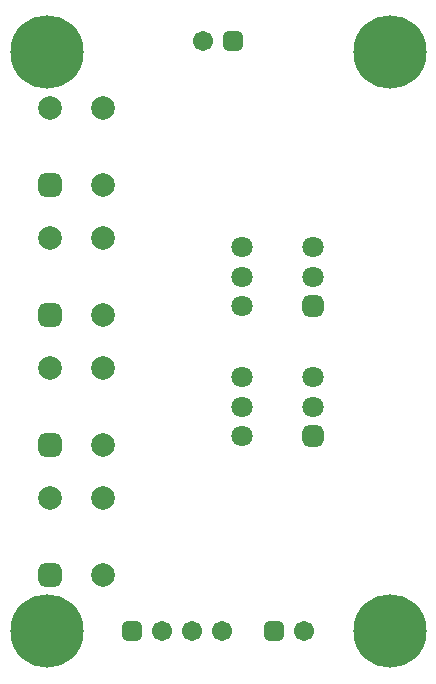
<source format=gbs>
G04*
G04 #@! TF.GenerationSoftware,Altium Limited,Altium Designer,21.2.1 (34)*
G04*
G04 Layer_Color=16711935*
%FSTAX24Y24*%
%MOIN*%
G70*
G04*
G04 #@! TF.SameCoordinates,36507061-655E-4290-96EC-BFA040FA6CF6*
G04*
G04*
G04 #@! TF.FilePolarity,Negative*
G04*
G01*
G75*
%ADD22C,0.0671*%
G04:AMPARAMS|DCode=23|XSize=67.1mil|YSize=67.1mil|CornerRadius=18.8mil|HoleSize=0mil|Usage=FLASHONLY|Rotation=180.000|XOffset=0mil|YOffset=0mil|HoleType=Round|Shape=RoundedRectangle|*
%AMROUNDEDRECTD23*
21,1,0.0671,0.0295,0,0,180.0*
21,1,0.0295,0.0671,0,0,180.0*
1,1,0.0375,-0.0148,0.0148*
1,1,0.0375,0.0148,0.0148*
1,1,0.0375,0.0148,-0.0148*
1,1,0.0375,-0.0148,-0.0148*
%
%ADD23ROUNDEDRECTD23*%
%ADD24C,0.0789*%
G04:AMPARAMS|DCode=25|XSize=78.9mil|YSize=78.9mil|CornerRadius=21.7mil|HoleSize=0mil|Usage=FLASHONLY|Rotation=90.000|XOffset=0mil|YOffset=0mil|HoleType=Round|Shape=RoundedRectangle|*
%AMROUNDEDRECTD25*
21,1,0.0789,0.0354,0,0,90.0*
21,1,0.0354,0.0789,0,0,90.0*
1,1,0.0434,0.0177,0.0177*
1,1,0.0434,0.0177,-0.0177*
1,1,0.0434,-0.0177,-0.0177*
1,1,0.0434,-0.0177,0.0177*
%
%ADD25ROUNDEDRECTD25*%
G04:AMPARAMS|DCode=26|XSize=71mil|YSize=71mil|CornerRadius=19.7mil|HoleSize=0mil|Usage=FLASHONLY|Rotation=0.000|XOffset=0mil|YOffset=0mil|HoleType=Round|Shape=RoundedRectangle|*
%AMROUNDEDRECTD26*
21,1,0.0710,0.0315,0,0,0.0*
21,1,0.0315,0.0710,0,0,0.0*
1,1,0.0395,0.0157,-0.0157*
1,1,0.0395,-0.0157,-0.0157*
1,1,0.0395,-0.0157,0.0157*
1,1,0.0395,0.0157,0.0157*
%
%ADD26ROUNDEDRECTD26*%
%ADD27C,0.0710*%
%ADD28C,0.2442*%
D22*
X066042Y038616D02*
D03*
X069404Y018931D02*
D03*
X064664D02*
D03*
X065664D02*
D03*
X066664D02*
D03*
D23*
X067042Y038616D02*
D03*
X068404Y018931D02*
D03*
X063664D02*
D03*
D24*
X062703Y036353D02*
D03*
Y033793D02*
D03*
X060932Y036353D02*
D03*
X062703Y032022D02*
D03*
Y029463D02*
D03*
X060932Y032022D02*
D03*
X062703Y02336D02*
D03*
Y020801D02*
D03*
X060932Y02336D02*
D03*
X062703Y027691D02*
D03*
Y025132D02*
D03*
X060932Y027691D02*
D03*
D25*
Y033793D02*
D03*
Y029463D02*
D03*
Y020801D02*
D03*
Y025132D02*
D03*
D26*
X069691Y029758D02*
D03*
Y025427D02*
D03*
D27*
Y030742D02*
D03*
Y031727D02*
D03*
X067329Y030742D02*
D03*
Y031727D02*
D03*
Y029758D02*
D03*
Y026412D02*
D03*
X069691Y027396D02*
D03*
Y026412D02*
D03*
X067329Y027396D02*
D03*
Y025427D02*
D03*
D28*
X07225Y038223D02*
D03*
Y018931D02*
D03*
X060833Y038223D02*
D03*
Y018931D02*
D03*
M02*

</source>
